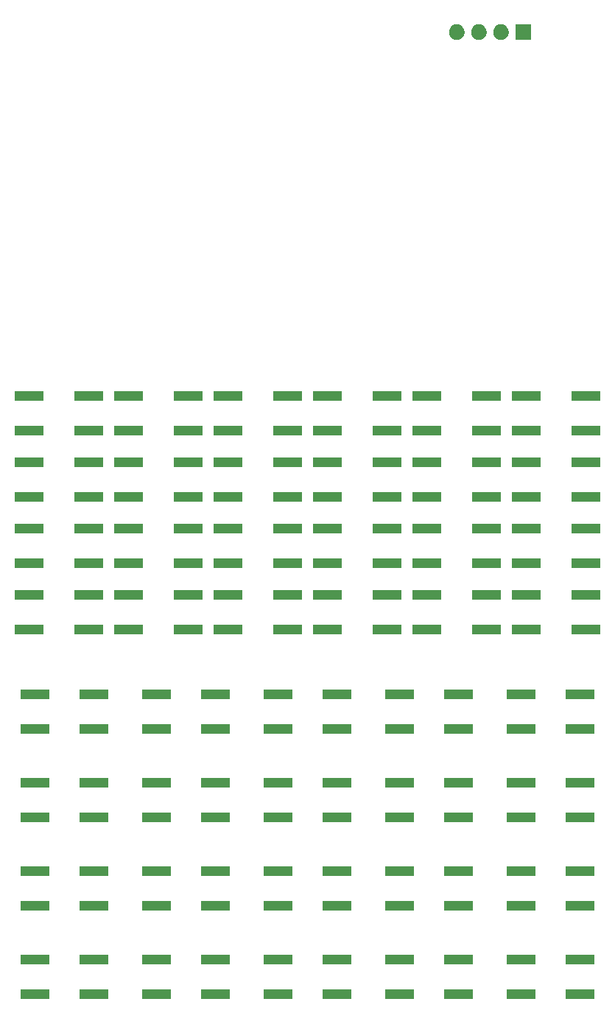
<source format=gbr>
G04 #@! TF.GenerationSoftware,KiCad,Pcbnew,5.1.5+dfsg1-2build2*
G04 #@! TF.CreationDate,2021-04-12T22:06:22+02:00*
G04 #@! TF.ProjectId,calc,63616c63-2e6b-4696-9361-645f70636258,rev?*
G04 #@! TF.SameCoordinates,Original*
G04 #@! TF.FileFunction,Soldermask,Top*
G04 #@! TF.FilePolarity,Negative*
%FSLAX46Y46*%
G04 Gerber Fmt 4.6, Leading zero omitted, Abs format (unit mm)*
G04 Created by KiCad (PCBNEW 5.1.5+dfsg1-2build2) date 2021-04-12 22:06:22*
%MOMM*%
%LPD*%
G04 APERTURE LIST*
%ADD10C,0.100000*%
G04 APERTURE END LIST*
D10*
G36*
X64926000Y-153681000D02*
G01*
X61624000Y-153681000D01*
X61624000Y-152579000D01*
X64926000Y-152579000D01*
X64926000Y-153681000D01*
G37*
G36*
X71726000Y-153681000D02*
G01*
X68424000Y-153681000D01*
X68424000Y-152579000D01*
X71726000Y-152579000D01*
X71726000Y-153681000D01*
G37*
G36*
X78896000Y-153681000D02*
G01*
X75594000Y-153681000D01*
X75594000Y-152579000D01*
X78896000Y-152579000D01*
X78896000Y-153681000D01*
G37*
G36*
X85696000Y-153681000D02*
G01*
X82394000Y-153681000D01*
X82394000Y-152579000D01*
X85696000Y-152579000D01*
X85696000Y-153681000D01*
G37*
G36*
X92866000Y-153681000D02*
G01*
X89564000Y-153681000D01*
X89564000Y-152579000D01*
X92866000Y-152579000D01*
X92866000Y-153681000D01*
G37*
G36*
X99666000Y-153681000D02*
G01*
X96364000Y-153681000D01*
X96364000Y-152579000D01*
X99666000Y-152579000D01*
X99666000Y-153681000D01*
G37*
G36*
X106836000Y-153681000D02*
G01*
X103534000Y-153681000D01*
X103534000Y-152579000D01*
X106836000Y-152579000D01*
X106836000Y-153681000D01*
G37*
G36*
X113636000Y-153681000D02*
G01*
X110334000Y-153681000D01*
X110334000Y-152579000D01*
X113636000Y-152579000D01*
X113636000Y-153681000D01*
G37*
G36*
X127606000Y-153681000D02*
G01*
X124304000Y-153681000D01*
X124304000Y-152579000D01*
X127606000Y-152579000D01*
X127606000Y-153681000D01*
G37*
G36*
X120806000Y-153681000D02*
G01*
X117504000Y-153681000D01*
X117504000Y-152579000D01*
X120806000Y-152579000D01*
X120806000Y-153681000D01*
G37*
G36*
X92866000Y-149681000D02*
G01*
X89564000Y-149681000D01*
X89564000Y-148579000D01*
X92866000Y-148579000D01*
X92866000Y-149681000D01*
G37*
G36*
X64926000Y-149681000D02*
G01*
X61624000Y-149681000D01*
X61624000Y-148579000D01*
X64926000Y-148579000D01*
X64926000Y-149681000D01*
G37*
G36*
X71726000Y-149681000D02*
G01*
X68424000Y-149681000D01*
X68424000Y-148579000D01*
X71726000Y-148579000D01*
X71726000Y-149681000D01*
G37*
G36*
X85696000Y-149681000D02*
G01*
X82394000Y-149681000D01*
X82394000Y-148579000D01*
X85696000Y-148579000D01*
X85696000Y-149681000D01*
G37*
G36*
X78896000Y-149681000D02*
G01*
X75594000Y-149681000D01*
X75594000Y-148579000D01*
X78896000Y-148579000D01*
X78896000Y-149681000D01*
G37*
G36*
X120806000Y-149681000D02*
G01*
X117504000Y-149681000D01*
X117504000Y-148579000D01*
X120806000Y-148579000D01*
X120806000Y-149681000D01*
G37*
G36*
X127606000Y-149681000D02*
G01*
X124304000Y-149681000D01*
X124304000Y-148579000D01*
X127606000Y-148579000D01*
X127606000Y-149681000D01*
G37*
G36*
X99666000Y-149681000D02*
G01*
X96364000Y-149681000D01*
X96364000Y-148579000D01*
X99666000Y-148579000D01*
X99666000Y-149681000D01*
G37*
G36*
X113636000Y-149681000D02*
G01*
X110334000Y-149681000D01*
X110334000Y-148579000D01*
X113636000Y-148579000D01*
X113636000Y-149681000D01*
G37*
G36*
X106836000Y-149681000D02*
G01*
X103534000Y-149681000D01*
X103534000Y-148579000D01*
X106836000Y-148579000D01*
X106836000Y-149681000D01*
G37*
G36*
X113636000Y-143521000D02*
G01*
X110334000Y-143521000D01*
X110334000Y-142419000D01*
X113636000Y-142419000D01*
X113636000Y-143521000D01*
G37*
G36*
X64926000Y-143521000D02*
G01*
X61624000Y-143521000D01*
X61624000Y-142419000D01*
X64926000Y-142419000D01*
X64926000Y-143521000D01*
G37*
G36*
X71726000Y-143521000D02*
G01*
X68424000Y-143521000D01*
X68424000Y-142419000D01*
X71726000Y-142419000D01*
X71726000Y-143521000D01*
G37*
G36*
X78896000Y-143521000D02*
G01*
X75594000Y-143521000D01*
X75594000Y-142419000D01*
X78896000Y-142419000D01*
X78896000Y-143521000D01*
G37*
G36*
X85696000Y-143521000D02*
G01*
X82394000Y-143521000D01*
X82394000Y-142419000D01*
X85696000Y-142419000D01*
X85696000Y-143521000D01*
G37*
G36*
X99666000Y-143521000D02*
G01*
X96364000Y-143521000D01*
X96364000Y-142419000D01*
X99666000Y-142419000D01*
X99666000Y-143521000D01*
G37*
G36*
X106836000Y-143521000D02*
G01*
X103534000Y-143521000D01*
X103534000Y-142419000D01*
X106836000Y-142419000D01*
X106836000Y-143521000D01*
G37*
G36*
X127606000Y-143521000D02*
G01*
X124304000Y-143521000D01*
X124304000Y-142419000D01*
X127606000Y-142419000D01*
X127606000Y-143521000D01*
G37*
G36*
X120806000Y-143521000D02*
G01*
X117504000Y-143521000D01*
X117504000Y-142419000D01*
X120806000Y-142419000D01*
X120806000Y-143521000D01*
G37*
G36*
X92866000Y-143521000D02*
G01*
X89564000Y-143521000D01*
X89564000Y-142419000D01*
X92866000Y-142419000D01*
X92866000Y-143521000D01*
G37*
G36*
X92866000Y-139521000D02*
G01*
X89564000Y-139521000D01*
X89564000Y-138419000D01*
X92866000Y-138419000D01*
X92866000Y-139521000D01*
G37*
G36*
X64926000Y-139521000D02*
G01*
X61624000Y-139521000D01*
X61624000Y-138419000D01*
X64926000Y-138419000D01*
X64926000Y-139521000D01*
G37*
G36*
X85696000Y-139521000D02*
G01*
X82394000Y-139521000D01*
X82394000Y-138419000D01*
X85696000Y-138419000D01*
X85696000Y-139521000D01*
G37*
G36*
X78896000Y-139521000D02*
G01*
X75594000Y-139521000D01*
X75594000Y-138419000D01*
X78896000Y-138419000D01*
X78896000Y-139521000D01*
G37*
G36*
X99666000Y-139521000D02*
G01*
X96364000Y-139521000D01*
X96364000Y-138419000D01*
X99666000Y-138419000D01*
X99666000Y-139521000D01*
G37*
G36*
X113636000Y-139521000D02*
G01*
X110334000Y-139521000D01*
X110334000Y-138419000D01*
X113636000Y-138419000D01*
X113636000Y-139521000D01*
G37*
G36*
X106836000Y-139521000D02*
G01*
X103534000Y-139521000D01*
X103534000Y-138419000D01*
X106836000Y-138419000D01*
X106836000Y-139521000D01*
G37*
G36*
X127606000Y-139521000D02*
G01*
X124304000Y-139521000D01*
X124304000Y-138419000D01*
X127606000Y-138419000D01*
X127606000Y-139521000D01*
G37*
G36*
X71726000Y-139521000D02*
G01*
X68424000Y-139521000D01*
X68424000Y-138419000D01*
X71726000Y-138419000D01*
X71726000Y-139521000D01*
G37*
G36*
X120806000Y-139521000D02*
G01*
X117504000Y-139521000D01*
X117504000Y-138419000D01*
X120806000Y-138419000D01*
X120806000Y-139521000D01*
G37*
G36*
X106836000Y-133361000D02*
G01*
X103534000Y-133361000D01*
X103534000Y-132259000D01*
X106836000Y-132259000D01*
X106836000Y-133361000D01*
G37*
G36*
X127606000Y-133361000D02*
G01*
X124304000Y-133361000D01*
X124304000Y-132259000D01*
X127606000Y-132259000D01*
X127606000Y-133361000D01*
G37*
G36*
X71726000Y-133361000D02*
G01*
X68424000Y-133361000D01*
X68424000Y-132259000D01*
X71726000Y-132259000D01*
X71726000Y-133361000D01*
G37*
G36*
X78896000Y-133361000D02*
G01*
X75594000Y-133361000D01*
X75594000Y-132259000D01*
X78896000Y-132259000D01*
X78896000Y-133361000D01*
G37*
G36*
X85696000Y-133361000D02*
G01*
X82394000Y-133361000D01*
X82394000Y-132259000D01*
X85696000Y-132259000D01*
X85696000Y-133361000D01*
G37*
G36*
X99666000Y-133361000D02*
G01*
X96364000Y-133361000D01*
X96364000Y-132259000D01*
X99666000Y-132259000D01*
X99666000Y-133361000D01*
G37*
G36*
X92866000Y-133361000D02*
G01*
X89564000Y-133361000D01*
X89564000Y-132259000D01*
X92866000Y-132259000D01*
X92866000Y-133361000D01*
G37*
G36*
X64926000Y-133361000D02*
G01*
X61624000Y-133361000D01*
X61624000Y-132259000D01*
X64926000Y-132259000D01*
X64926000Y-133361000D01*
G37*
G36*
X120806000Y-133361000D02*
G01*
X117504000Y-133361000D01*
X117504000Y-132259000D01*
X120806000Y-132259000D01*
X120806000Y-133361000D01*
G37*
G36*
X113636000Y-133361000D02*
G01*
X110334000Y-133361000D01*
X110334000Y-132259000D01*
X113636000Y-132259000D01*
X113636000Y-133361000D01*
G37*
G36*
X127606000Y-129361000D02*
G01*
X124304000Y-129361000D01*
X124304000Y-128259000D01*
X127606000Y-128259000D01*
X127606000Y-129361000D01*
G37*
G36*
X106836000Y-129361000D02*
G01*
X103534000Y-129361000D01*
X103534000Y-128259000D01*
X106836000Y-128259000D01*
X106836000Y-129361000D01*
G37*
G36*
X113636000Y-129361000D02*
G01*
X110334000Y-129361000D01*
X110334000Y-128259000D01*
X113636000Y-128259000D01*
X113636000Y-129361000D01*
G37*
G36*
X120806000Y-129361000D02*
G01*
X117504000Y-129361000D01*
X117504000Y-128259000D01*
X120806000Y-128259000D01*
X120806000Y-129361000D01*
G37*
G36*
X64926000Y-129361000D02*
G01*
X61624000Y-129361000D01*
X61624000Y-128259000D01*
X64926000Y-128259000D01*
X64926000Y-129361000D01*
G37*
G36*
X85696000Y-129361000D02*
G01*
X82394000Y-129361000D01*
X82394000Y-128259000D01*
X85696000Y-128259000D01*
X85696000Y-129361000D01*
G37*
G36*
X78896000Y-129361000D02*
G01*
X75594000Y-129361000D01*
X75594000Y-128259000D01*
X78896000Y-128259000D01*
X78896000Y-129361000D01*
G37*
G36*
X99666000Y-129361000D02*
G01*
X96364000Y-129361000D01*
X96364000Y-128259000D01*
X99666000Y-128259000D01*
X99666000Y-129361000D01*
G37*
G36*
X92866000Y-129361000D02*
G01*
X89564000Y-129361000D01*
X89564000Y-128259000D01*
X92866000Y-128259000D01*
X92866000Y-129361000D01*
G37*
G36*
X71726000Y-129361000D02*
G01*
X68424000Y-129361000D01*
X68424000Y-128259000D01*
X71726000Y-128259000D01*
X71726000Y-129361000D01*
G37*
G36*
X85696000Y-123201000D02*
G01*
X82394000Y-123201000D01*
X82394000Y-122099000D01*
X85696000Y-122099000D01*
X85696000Y-123201000D01*
G37*
G36*
X78896000Y-123201000D02*
G01*
X75594000Y-123201000D01*
X75594000Y-122099000D01*
X78896000Y-122099000D01*
X78896000Y-123201000D01*
G37*
G36*
X71726000Y-123201000D02*
G01*
X68424000Y-123201000D01*
X68424000Y-122099000D01*
X71726000Y-122099000D01*
X71726000Y-123201000D01*
G37*
G36*
X64926000Y-123201000D02*
G01*
X61624000Y-123201000D01*
X61624000Y-122099000D01*
X64926000Y-122099000D01*
X64926000Y-123201000D01*
G37*
G36*
X99666000Y-123201000D02*
G01*
X96364000Y-123201000D01*
X96364000Y-122099000D01*
X99666000Y-122099000D01*
X99666000Y-123201000D01*
G37*
G36*
X113636000Y-123201000D02*
G01*
X110334000Y-123201000D01*
X110334000Y-122099000D01*
X113636000Y-122099000D01*
X113636000Y-123201000D01*
G37*
G36*
X120806000Y-123201000D02*
G01*
X117504000Y-123201000D01*
X117504000Y-122099000D01*
X120806000Y-122099000D01*
X120806000Y-123201000D01*
G37*
G36*
X127606000Y-123201000D02*
G01*
X124304000Y-123201000D01*
X124304000Y-122099000D01*
X127606000Y-122099000D01*
X127606000Y-123201000D01*
G37*
G36*
X92866000Y-123201000D02*
G01*
X89564000Y-123201000D01*
X89564000Y-122099000D01*
X92866000Y-122099000D01*
X92866000Y-123201000D01*
G37*
G36*
X106836000Y-123201000D02*
G01*
X103534000Y-123201000D01*
X103534000Y-122099000D01*
X106836000Y-122099000D01*
X106836000Y-123201000D01*
G37*
G36*
X113636000Y-119201000D02*
G01*
X110334000Y-119201000D01*
X110334000Y-118099000D01*
X113636000Y-118099000D01*
X113636000Y-119201000D01*
G37*
G36*
X127606000Y-119201000D02*
G01*
X124304000Y-119201000D01*
X124304000Y-118099000D01*
X127606000Y-118099000D01*
X127606000Y-119201000D01*
G37*
G36*
X78896000Y-119201000D02*
G01*
X75594000Y-119201000D01*
X75594000Y-118099000D01*
X78896000Y-118099000D01*
X78896000Y-119201000D01*
G37*
G36*
X120806000Y-119201000D02*
G01*
X117504000Y-119201000D01*
X117504000Y-118099000D01*
X120806000Y-118099000D01*
X120806000Y-119201000D01*
G37*
G36*
X85696000Y-119201000D02*
G01*
X82394000Y-119201000D01*
X82394000Y-118099000D01*
X85696000Y-118099000D01*
X85696000Y-119201000D01*
G37*
G36*
X106836000Y-119201000D02*
G01*
X103534000Y-119201000D01*
X103534000Y-118099000D01*
X106836000Y-118099000D01*
X106836000Y-119201000D01*
G37*
G36*
X99666000Y-119201000D02*
G01*
X96364000Y-119201000D01*
X96364000Y-118099000D01*
X99666000Y-118099000D01*
X99666000Y-119201000D01*
G37*
G36*
X64926000Y-119201000D02*
G01*
X61624000Y-119201000D01*
X61624000Y-118099000D01*
X64926000Y-118099000D01*
X64926000Y-119201000D01*
G37*
G36*
X71726000Y-119201000D02*
G01*
X68424000Y-119201000D01*
X68424000Y-118099000D01*
X71726000Y-118099000D01*
X71726000Y-119201000D01*
G37*
G36*
X92866000Y-119201000D02*
G01*
X89564000Y-119201000D01*
X89564000Y-118099000D01*
X92866000Y-118099000D01*
X92866000Y-119201000D01*
G37*
G36*
X121441000Y-111771000D02*
G01*
X118139000Y-111771000D01*
X118139000Y-110669000D01*
X121441000Y-110669000D01*
X121441000Y-111771000D01*
G37*
G36*
X116811000Y-111771000D02*
G01*
X113509000Y-111771000D01*
X113509000Y-110669000D01*
X116811000Y-110669000D01*
X116811000Y-111771000D01*
G37*
G36*
X110011000Y-111771000D02*
G01*
X106709000Y-111771000D01*
X106709000Y-110669000D01*
X110011000Y-110669000D01*
X110011000Y-111771000D01*
G37*
G36*
X105381000Y-111771000D02*
G01*
X102079000Y-111771000D01*
X102079000Y-110669000D01*
X105381000Y-110669000D01*
X105381000Y-111771000D01*
G37*
G36*
X98581000Y-111771000D02*
G01*
X95279000Y-111771000D01*
X95279000Y-110669000D01*
X98581000Y-110669000D01*
X98581000Y-111771000D01*
G37*
G36*
X93951000Y-111771000D02*
G01*
X90649000Y-111771000D01*
X90649000Y-110669000D01*
X93951000Y-110669000D01*
X93951000Y-111771000D01*
G37*
G36*
X64291000Y-111771000D02*
G01*
X60989000Y-111771000D01*
X60989000Y-110669000D01*
X64291000Y-110669000D01*
X64291000Y-111771000D01*
G37*
G36*
X87151000Y-111771000D02*
G01*
X83849000Y-111771000D01*
X83849000Y-110669000D01*
X87151000Y-110669000D01*
X87151000Y-111771000D01*
G37*
G36*
X82521000Y-111771000D02*
G01*
X79219000Y-111771000D01*
X79219000Y-110669000D01*
X82521000Y-110669000D01*
X82521000Y-111771000D01*
G37*
G36*
X128241000Y-111771000D02*
G01*
X124939000Y-111771000D01*
X124939000Y-110669000D01*
X128241000Y-110669000D01*
X128241000Y-111771000D01*
G37*
G36*
X71091000Y-111771000D02*
G01*
X67789000Y-111771000D01*
X67789000Y-110669000D01*
X71091000Y-110669000D01*
X71091000Y-111771000D01*
G37*
G36*
X75721000Y-111771000D02*
G01*
X72419000Y-111771000D01*
X72419000Y-110669000D01*
X75721000Y-110669000D01*
X75721000Y-111771000D01*
G37*
G36*
X105381000Y-107771000D02*
G01*
X102079000Y-107771000D01*
X102079000Y-106669000D01*
X105381000Y-106669000D01*
X105381000Y-107771000D01*
G37*
G36*
X71091000Y-107771000D02*
G01*
X67789000Y-107771000D01*
X67789000Y-106669000D01*
X71091000Y-106669000D01*
X71091000Y-107771000D01*
G37*
G36*
X87151000Y-107771000D02*
G01*
X83849000Y-107771000D01*
X83849000Y-106669000D01*
X87151000Y-106669000D01*
X87151000Y-107771000D01*
G37*
G36*
X75721000Y-107771000D02*
G01*
X72419000Y-107771000D01*
X72419000Y-106669000D01*
X75721000Y-106669000D01*
X75721000Y-107771000D01*
G37*
G36*
X98581000Y-107771000D02*
G01*
X95279000Y-107771000D01*
X95279000Y-106669000D01*
X98581000Y-106669000D01*
X98581000Y-107771000D01*
G37*
G36*
X93951000Y-107771000D02*
G01*
X90649000Y-107771000D01*
X90649000Y-106669000D01*
X93951000Y-106669000D01*
X93951000Y-107771000D01*
G37*
G36*
X110011000Y-107771000D02*
G01*
X106709000Y-107771000D01*
X106709000Y-106669000D01*
X110011000Y-106669000D01*
X110011000Y-107771000D01*
G37*
G36*
X128241000Y-107771000D02*
G01*
X124939000Y-107771000D01*
X124939000Y-106669000D01*
X128241000Y-106669000D01*
X128241000Y-107771000D01*
G37*
G36*
X121441000Y-107771000D02*
G01*
X118139000Y-107771000D01*
X118139000Y-106669000D01*
X121441000Y-106669000D01*
X121441000Y-107771000D01*
G37*
G36*
X64291000Y-107771000D02*
G01*
X60989000Y-107771000D01*
X60989000Y-106669000D01*
X64291000Y-106669000D01*
X64291000Y-107771000D01*
G37*
G36*
X82521000Y-107771000D02*
G01*
X79219000Y-107771000D01*
X79219000Y-106669000D01*
X82521000Y-106669000D01*
X82521000Y-107771000D01*
G37*
G36*
X116811000Y-107771000D02*
G01*
X113509000Y-107771000D01*
X113509000Y-106669000D01*
X116811000Y-106669000D01*
X116811000Y-107771000D01*
G37*
G36*
X110011000Y-104151000D02*
G01*
X106709000Y-104151000D01*
X106709000Y-103049000D01*
X110011000Y-103049000D01*
X110011000Y-104151000D01*
G37*
G36*
X121441000Y-104151000D02*
G01*
X118139000Y-104151000D01*
X118139000Y-103049000D01*
X121441000Y-103049000D01*
X121441000Y-104151000D01*
G37*
G36*
X128241000Y-104151000D02*
G01*
X124939000Y-104151000D01*
X124939000Y-103049000D01*
X128241000Y-103049000D01*
X128241000Y-104151000D01*
G37*
G36*
X116811000Y-104151000D02*
G01*
X113509000Y-104151000D01*
X113509000Y-103049000D01*
X116811000Y-103049000D01*
X116811000Y-104151000D01*
G37*
G36*
X98581000Y-104151000D02*
G01*
X95279000Y-104151000D01*
X95279000Y-103049000D01*
X98581000Y-103049000D01*
X98581000Y-104151000D01*
G37*
G36*
X93951000Y-104151000D02*
G01*
X90649000Y-104151000D01*
X90649000Y-103049000D01*
X93951000Y-103049000D01*
X93951000Y-104151000D01*
G37*
G36*
X82521000Y-104151000D02*
G01*
X79219000Y-104151000D01*
X79219000Y-103049000D01*
X82521000Y-103049000D01*
X82521000Y-104151000D01*
G37*
G36*
X75721000Y-104151000D02*
G01*
X72419000Y-104151000D01*
X72419000Y-103049000D01*
X75721000Y-103049000D01*
X75721000Y-104151000D01*
G37*
G36*
X71091000Y-104151000D02*
G01*
X67789000Y-104151000D01*
X67789000Y-103049000D01*
X71091000Y-103049000D01*
X71091000Y-104151000D01*
G37*
G36*
X64291000Y-104151000D02*
G01*
X60989000Y-104151000D01*
X60989000Y-103049000D01*
X64291000Y-103049000D01*
X64291000Y-104151000D01*
G37*
G36*
X105381000Y-104151000D02*
G01*
X102079000Y-104151000D01*
X102079000Y-103049000D01*
X105381000Y-103049000D01*
X105381000Y-104151000D01*
G37*
G36*
X87151000Y-104151000D02*
G01*
X83849000Y-104151000D01*
X83849000Y-103049000D01*
X87151000Y-103049000D01*
X87151000Y-104151000D01*
G37*
G36*
X87151000Y-100151000D02*
G01*
X83849000Y-100151000D01*
X83849000Y-99049000D01*
X87151000Y-99049000D01*
X87151000Y-100151000D01*
G37*
G36*
X128241000Y-100151000D02*
G01*
X124939000Y-100151000D01*
X124939000Y-99049000D01*
X128241000Y-99049000D01*
X128241000Y-100151000D01*
G37*
G36*
X116811000Y-100151000D02*
G01*
X113509000Y-100151000D01*
X113509000Y-99049000D01*
X116811000Y-99049000D01*
X116811000Y-100151000D01*
G37*
G36*
X110011000Y-100151000D02*
G01*
X106709000Y-100151000D01*
X106709000Y-99049000D01*
X110011000Y-99049000D01*
X110011000Y-100151000D01*
G37*
G36*
X98581000Y-100151000D02*
G01*
X95279000Y-100151000D01*
X95279000Y-99049000D01*
X98581000Y-99049000D01*
X98581000Y-100151000D01*
G37*
G36*
X93951000Y-100151000D02*
G01*
X90649000Y-100151000D01*
X90649000Y-99049000D01*
X93951000Y-99049000D01*
X93951000Y-100151000D01*
G37*
G36*
X82521000Y-100151000D02*
G01*
X79219000Y-100151000D01*
X79219000Y-99049000D01*
X82521000Y-99049000D01*
X82521000Y-100151000D01*
G37*
G36*
X75721000Y-100151000D02*
G01*
X72419000Y-100151000D01*
X72419000Y-99049000D01*
X75721000Y-99049000D01*
X75721000Y-100151000D01*
G37*
G36*
X71091000Y-100151000D02*
G01*
X67789000Y-100151000D01*
X67789000Y-99049000D01*
X71091000Y-99049000D01*
X71091000Y-100151000D01*
G37*
G36*
X64291000Y-100151000D02*
G01*
X60989000Y-100151000D01*
X60989000Y-99049000D01*
X64291000Y-99049000D01*
X64291000Y-100151000D01*
G37*
G36*
X121441000Y-100151000D02*
G01*
X118139000Y-100151000D01*
X118139000Y-99049000D01*
X121441000Y-99049000D01*
X121441000Y-100151000D01*
G37*
G36*
X105381000Y-100151000D02*
G01*
X102079000Y-100151000D01*
X102079000Y-99049000D01*
X105381000Y-99049000D01*
X105381000Y-100151000D01*
G37*
G36*
X121441000Y-96531000D02*
G01*
X118139000Y-96531000D01*
X118139000Y-95429000D01*
X121441000Y-95429000D01*
X121441000Y-96531000D01*
G37*
G36*
X116811000Y-96531000D02*
G01*
X113509000Y-96531000D01*
X113509000Y-95429000D01*
X116811000Y-95429000D01*
X116811000Y-96531000D01*
G37*
G36*
X110011000Y-96531000D02*
G01*
X106709000Y-96531000D01*
X106709000Y-95429000D01*
X110011000Y-95429000D01*
X110011000Y-96531000D01*
G37*
G36*
X105381000Y-96531000D02*
G01*
X102079000Y-96531000D01*
X102079000Y-95429000D01*
X105381000Y-95429000D01*
X105381000Y-96531000D01*
G37*
G36*
X98581000Y-96531000D02*
G01*
X95279000Y-96531000D01*
X95279000Y-95429000D01*
X98581000Y-95429000D01*
X98581000Y-96531000D01*
G37*
G36*
X87151000Y-96531000D02*
G01*
X83849000Y-96531000D01*
X83849000Y-95429000D01*
X87151000Y-95429000D01*
X87151000Y-96531000D01*
G37*
G36*
X82521000Y-96531000D02*
G01*
X79219000Y-96531000D01*
X79219000Y-95429000D01*
X82521000Y-95429000D01*
X82521000Y-96531000D01*
G37*
G36*
X93951000Y-96531000D02*
G01*
X90649000Y-96531000D01*
X90649000Y-95429000D01*
X93951000Y-95429000D01*
X93951000Y-96531000D01*
G37*
G36*
X75721000Y-96531000D02*
G01*
X72419000Y-96531000D01*
X72419000Y-95429000D01*
X75721000Y-95429000D01*
X75721000Y-96531000D01*
G37*
G36*
X71091000Y-96531000D02*
G01*
X67789000Y-96531000D01*
X67789000Y-95429000D01*
X71091000Y-95429000D01*
X71091000Y-96531000D01*
G37*
G36*
X128241000Y-96531000D02*
G01*
X124939000Y-96531000D01*
X124939000Y-95429000D01*
X128241000Y-95429000D01*
X128241000Y-96531000D01*
G37*
G36*
X64291000Y-96531000D02*
G01*
X60989000Y-96531000D01*
X60989000Y-95429000D01*
X64291000Y-95429000D01*
X64291000Y-96531000D01*
G37*
G36*
X64291000Y-92531000D02*
G01*
X60989000Y-92531000D01*
X60989000Y-91429000D01*
X64291000Y-91429000D01*
X64291000Y-92531000D01*
G37*
G36*
X128241000Y-92531000D02*
G01*
X124939000Y-92531000D01*
X124939000Y-91429000D01*
X128241000Y-91429000D01*
X128241000Y-92531000D01*
G37*
G36*
X121441000Y-92531000D02*
G01*
X118139000Y-92531000D01*
X118139000Y-91429000D01*
X121441000Y-91429000D01*
X121441000Y-92531000D01*
G37*
G36*
X116811000Y-92531000D02*
G01*
X113509000Y-92531000D01*
X113509000Y-91429000D01*
X116811000Y-91429000D01*
X116811000Y-92531000D01*
G37*
G36*
X110011000Y-92531000D02*
G01*
X106709000Y-92531000D01*
X106709000Y-91429000D01*
X110011000Y-91429000D01*
X110011000Y-92531000D01*
G37*
G36*
X71091000Y-92531000D02*
G01*
X67789000Y-92531000D01*
X67789000Y-91429000D01*
X71091000Y-91429000D01*
X71091000Y-92531000D01*
G37*
G36*
X105381000Y-92531000D02*
G01*
X102079000Y-92531000D01*
X102079000Y-91429000D01*
X105381000Y-91429000D01*
X105381000Y-92531000D01*
G37*
G36*
X98581000Y-92531000D02*
G01*
X95279000Y-92531000D01*
X95279000Y-91429000D01*
X98581000Y-91429000D01*
X98581000Y-92531000D01*
G37*
G36*
X75721000Y-92531000D02*
G01*
X72419000Y-92531000D01*
X72419000Y-91429000D01*
X75721000Y-91429000D01*
X75721000Y-92531000D01*
G37*
G36*
X82521000Y-92531000D02*
G01*
X79219000Y-92531000D01*
X79219000Y-91429000D01*
X82521000Y-91429000D01*
X82521000Y-92531000D01*
G37*
G36*
X93951000Y-92531000D02*
G01*
X90649000Y-92531000D01*
X90649000Y-91429000D01*
X93951000Y-91429000D01*
X93951000Y-92531000D01*
G37*
G36*
X87151000Y-92531000D02*
G01*
X83849000Y-92531000D01*
X83849000Y-91429000D01*
X87151000Y-91429000D01*
X87151000Y-92531000D01*
G37*
G36*
X93951000Y-88911000D02*
G01*
X90649000Y-88911000D01*
X90649000Y-87809000D01*
X93951000Y-87809000D01*
X93951000Y-88911000D01*
G37*
G36*
X98581000Y-88911000D02*
G01*
X95279000Y-88911000D01*
X95279000Y-87809000D01*
X98581000Y-87809000D01*
X98581000Y-88911000D01*
G37*
G36*
X105381000Y-88911000D02*
G01*
X102079000Y-88911000D01*
X102079000Y-87809000D01*
X105381000Y-87809000D01*
X105381000Y-88911000D01*
G37*
G36*
X87151000Y-88911000D02*
G01*
X83849000Y-88911000D01*
X83849000Y-87809000D01*
X87151000Y-87809000D01*
X87151000Y-88911000D01*
G37*
G36*
X82521000Y-88911000D02*
G01*
X79219000Y-88911000D01*
X79219000Y-87809000D01*
X82521000Y-87809000D01*
X82521000Y-88911000D01*
G37*
G36*
X116811000Y-88911000D02*
G01*
X113509000Y-88911000D01*
X113509000Y-87809000D01*
X116811000Y-87809000D01*
X116811000Y-88911000D01*
G37*
G36*
X75721000Y-88911000D02*
G01*
X72419000Y-88911000D01*
X72419000Y-87809000D01*
X75721000Y-87809000D01*
X75721000Y-88911000D01*
G37*
G36*
X71091000Y-88911000D02*
G01*
X67789000Y-88911000D01*
X67789000Y-87809000D01*
X71091000Y-87809000D01*
X71091000Y-88911000D01*
G37*
G36*
X121441000Y-88911000D02*
G01*
X118139000Y-88911000D01*
X118139000Y-87809000D01*
X121441000Y-87809000D01*
X121441000Y-88911000D01*
G37*
G36*
X64291000Y-88911000D02*
G01*
X60989000Y-88911000D01*
X60989000Y-87809000D01*
X64291000Y-87809000D01*
X64291000Y-88911000D01*
G37*
G36*
X128241000Y-88911000D02*
G01*
X124939000Y-88911000D01*
X124939000Y-87809000D01*
X128241000Y-87809000D01*
X128241000Y-88911000D01*
G37*
G36*
X110011000Y-88911000D02*
G01*
X106709000Y-88911000D01*
X106709000Y-87809000D01*
X110011000Y-87809000D01*
X110011000Y-88911000D01*
G37*
G36*
X105381000Y-84911000D02*
G01*
X102079000Y-84911000D01*
X102079000Y-83809000D01*
X105381000Y-83809000D01*
X105381000Y-84911000D01*
G37*
G36*
X87151000Y-84911000D02*
G01*
X83849000Y-84911000D01*
X83849000Y-83809000D01*
X87151000Y-83809000D01*
X87151000Y-84911000D01*
G37*
G36*
X75721000Y-84911000D02*
G01*
X72419000Y-84911000D01*
X72419000Y-83809000D01*
X75721000Y-83809000D01*
X75721000Y-84911000D01*
G37*
G36*
X71091000Y-84911000D02*
G01*
X67789000Y-84911000D01*
X67789000Y-83809000D01*
X71091000Y-83809000D01*
X71091000Y-84911000D01*
G37*
G36*
X82521000Y-84911000D02*
G01*
X79219000Y-84911000D01*
X79219000Y-83809000D01*
X82521000Y-83809000D01*
X82521000Y-84911000D01*
G37*
G36*
X93951000Y-84911000D02*
G01*
X90649000Y-84911000D01*
X90649000Y-83809000D01*
X93951000Y-83809000D01*
X93951000Y-84911000D01*
G37*
G36*
X98581000Y-84911000D02*
G01*
X95279000Y-84911000D01*
X95279000Y-83809000D01*
X98581000Y-83809000D01*
X98581000Y-84911000D01*
G37*
G36*
X110011000Y-84911000D02*
G01*
X106709000Y-84911000D01*
X106709000Y-83809000D01*
X110011000Y-83809000D01*
X110011000Y-84911000D01*
G37*
G36*
X116811000Y-84911000D02*
G01*
X113509000Y-84911000D01*
X113509000Y-83809000D01*
X116811000Y-83809000D01*
X116811000Y-84911000D01*
G37*
G36*
X121441000Y-84911000D02*
G01*
X118139000Y-84911000D01*
X118139000Y-83809000D01*
X121441000Y-83809000D01*
X121441000Y-84911000D01*
G37*
G36*
X128241000Y-84911000D02*
G01*
X124939000Y-84911000D01*
X124939000Y-83809000D01*
X128241000Y-83809000D01*
X128241000Y-84911000D01*
G37*
G36*
X64291000Y-84911000D02*
G01*
X60989000Y-84911000D01*
X60989000Y-83809000D01*
X64291000Y-83809000D01*
X64291000Y-84911000D01*
G37*
G36*
X111873512Y-41648927D02*
G01*
X112022812Y-41678624D01*
X112186784Y-41746544D01*
X112334354Y-41845147D01*
X112459853Y-41970646D01*
X112558456Y-42118216D01*
X112626376Y-42282188D01*
X112661000Y-42456259D01*
X112661000Y-42633741D01*
X112626376Y-42807812D01*
X112558456Y-42971784D01*
X112459853Y-43119354D01*
X112334354Y-43244853D01*
X112186784Y-43343456D01*
X112022812Y-43411376D01*
X111873512Y-43441073D01*
X111848742Y-43446000D01*
X111671258Y-43446000D01*
X111646488Y-43441073D01*
X111497188Y-43411376D01*
X111333216Y-43343456D01*
X111185646Y-43244853D01*
X111060147Y-43119354D01*
X110961544Y-42971784D01*
X110893624Y-42807812D01*
X110859000Y-42633741D01*
X110859000Y-42456259D01*
X110893624Y-42282188D01*
X110961544Y-42118216D01*
X111060147Y-41970646D01*
X111185646Y-41845147D01*
X111333216Y-41746544D01*
X111497188Y-41678624D01*
X111646488Y-41648927D01*
X111671258Y-41644000D01*
X111848742Y-41644000D01*
X111873512Y-41648927D01*
G37*
G36*
X114413512Y-41648927D02*
G01*
X114562812Y-41678624D01*
X114726784Y-41746544D01*
X114874354Y-41845147D01*
X114999853Y-41970646D01*
X115098456Y-42118216D01*
X115166376Y-42282188D01*
X115201000Y-42456259D01*
X115201000Y-42633741D01*
X115166376Y-42807812D01*
X115098456Y-42971784D01*
X114999853Y-43119354D01*
X114874354Y-43244853D01*
X114726784Y-43343456D01*
X114562812Y-43411376D01*
X114413512Y-43441073D01*
X114388742Y-43446000D01*
X114211258Y-43446000D01*
X114186488Y-43441073D01*
X114037188Y-43411376D01*
X113873216Y-43343456D01*
X113725646Y-43244853D01*
X113600147Y-43119354D01*
X113501544Y-42971784D01*
X113433624Y-42807812D01*
X113399000Y-42633741D01*
X113399000Y-42456259D01*
X113433624Y-42282188D01*
X113501544Y-42118216D01*
X113600147Y-41970646D01*
X113725646Y-41845147D01*
X113873216Y-41746544D01*
X114037188Y-41678624D01*
X114186488Y-41648927D01*
X114211258Y-41644000D01*
X114388742Y-41644000D01*
X114413512Y-41648927D01*
G37*
G36*
X116953512Y-41648927D02*
G01*
X117102812Y-41678624D01*
X117266784Y-41746544D01*
X117414354Y-41845147D01*
X117539853Y-41970646D01*
X117638456Y-42118216D01*
X117706376Y-42282188D01*
X117741000Y-42456259D01*
X117741000Y-42633741D01*
X117706376Y-42807812D01*
X117638456Y-42971784D01*
X117539853Y-43119354D01*
X117414354Y-43244853D01*
X117266784Y-43343456D01*
X117102812Y-43411376D01*
X116953512Y-43441073D01*
X116928742Y-43446000D01*
X116751258Y-43446000D01*
X116726488Y-43441073D01*
X116577188Y-43411376D01*
X116413216Y-43343456D01*
X116265646Y-43244853D01*
X116140147Y-43119354D01*
X116041544Y-42971784D01*
X115973624Y-42807812D01*
X115939000Y-42633741D01*
X115939000Y-42456259D01*
X115973624Y-42282188D01*
X116041544Y-42118216D01*
X116140147Y-41970646D01*
X116265646Y-41845147D01*
X116413216Y-41746544D01*
X116577188Y-41678624D01*
X116726488Y-41648927D01*
X116751258Y-41644000D01*
X116928742Y-41644000D01*
X116953512Y-41648927D01*
G37*
G36*
X120281000Y-43446000D02*
G01*
X118479000Y-43446000D01*
X118479000Y-41644000D01*
X120281000Y-41644000D01*
X120281000Y-43446000D01*
G37*
M02*

</source>
